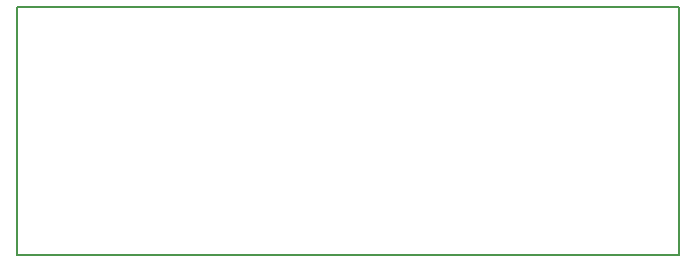
<source format=gbr>
G04 #@! TF.FileFunction,Paste,Top*
%FSLAX46Y46*%
G04 Gerber Fmt 4.6, Leading zero omitted, Abs format (unit mm)*
G04 Created by KiCad (PCBNEW no-vcs-found-product) date Wed 23 Mar 2016 01:41:40 PM EET*
%MOMM*%
G01*
G04 APERTURE LIST*
%ADD10C,0.100000*%
%ADD11C,0.150000*%
G04 APERTURE END LIST*
D10*
D11*
X142750000Y-93250000D02*
X198750000Y-93250000D01*
X142750000Y-114250000D02*
X142750000Y-93250000D01*
X198750000Y-114250000D02*
X142750000Y-114250000D01*
X198750000Y-93250000D02*
X198750000Y-114250000D01*
M02*

</source>
